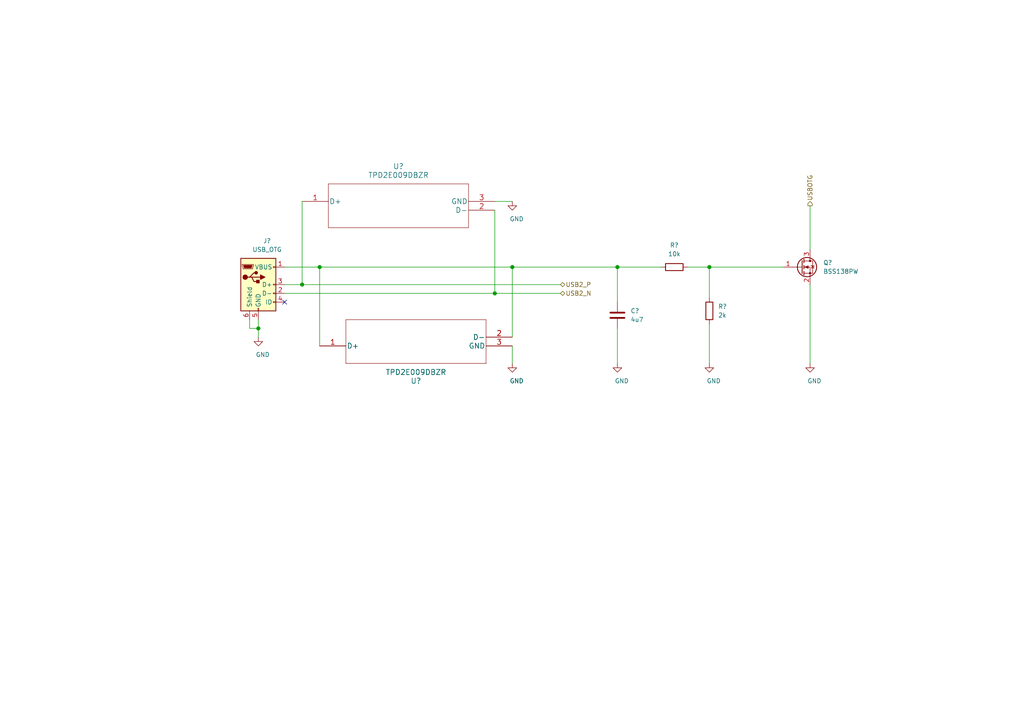
<source format=kicad_sch>
(kicad_sch (version 20201015) (generator eeschema)
  (paper "A4")
  (lib_symbols
    (symbol "2021-02-13_15-19-31:TPD2E009DBZR" (pin_names (offset 0.254))
      (property "Reference" "U" (at 27.94 10.16 0))
      (property "Value" "TPD2E009DBZR" (at 27.94 7.62 0))
      (symbol "TPD2E009DBZR_1_1"
        (polyline (pts (xy 7.62 5.08) (xy 7.62 -7.62)) (stroke (width 0.127)))
        (polyline (pts (xy 7.62 -7.62) (xy 48.26 -7.62)) (stroke (width 0.127)))
        (polyline (pts (xy 48.26 -7.62) (xy 48.26 5.08)) (stroke (width 0.127)))
        (polyline (pts (xy 48.26 5.08) (xy 7.62 5.08)) (stroke (width 0.127)))
        (pin unspecified line (at 0 0 0) (length 7.62) (name "D+") (number "1"))
        (pin unspecified line (at 55.88 -2.54 180) (length 7.62) (name "D-") (number "2"))
        (pin power_in line (at 55.88 0 180) (length 7.62) (name "GND") (number "3"))
      )
    )
    (symbol "Connector:USB_OTG" (pin_names (offset 1.016))
      (property "Reference" "J" (at -5.08 11.43 0))
      (property "Value" "USB_OTG" (at -5.08 8.89 0))
      (symbol "USB_OTG_0_1"
        (circle (center -3.81 2.159) (radius 0.635) (stroke (width 0.254)) (fill (type outline)))
        (circle (center -0.635 3.429) (radius 0.381) (stroke (width 0.254)) (fill (type outline)))
        (rectangle (start -5.08 -7.62) (end 5.08 7.62) (stroke (width 0.254)) (fill (type background)))
        (rectangle (start -0.127 -7.62) (end 0.127 -6.858))
        (rectangle (start 0.254 1.27) (end -0.508 0.508) (stroke (width 0.254)) (fill (type outline)))
        (rectangle (start 5.08 -5.207) (end 4.318 -4.953))
        (rectangle (start 5.08 -2.667) (end 4.318 -2.413))
        (rectangle (start 5.08 -0.127) (end 4.318 0.127))
        (rectangle (start 5.08 4.953) (end 4.318 5.207))
        (polyline (pts (xy -1.905 2.159) (xy 0.635 2.159)) (stroke (width 0.254)))
        (polyline (pts (xy -3.175 2.159) (xy -2.54 2.159) (xy -1.27 3.429) (xy -0.635 3.429)) (stroke (width 0.254)))
        (polyline (pts (xy -2.54 2.159) (xy -1.905 2.159) (xy -1.27 0.889) (xy 0 0.889)) (stroke (width 0.254)))
        (polyline (pts (xy 0.635 2.794) (xy 0.635 1.524) (xy 1.905 2.159) (xy 0.635 2.794)) (stroke (width 0.254)) (fill (type outline)))
        (polyline (pts (xy -4.318 5.588) (xy -1.778 5.588) (xy -2.032 4.826) (xy -4.064 4.826) (xy -4.318 5.588)) (fill (type outline)))
        (polyline (pts (xy -4.699 5.842) (xy -4.699 5.588) (xy -4.445 4.826) (xy -4.445 4.572) (xy -1.651 4.572) (xy -1.651 4.826) (xy -1.397 5.588) (xy -1.397 5.842) (xy -4.699 5.842)))
      )
      (symbol "USB_OTG_1_1"
        (pin passive line (at 7.62 5.08 180) (length 2.54) (name "VBUS") (number "1"))
        (pin bidirectional line (at 7.62 -2.54 180) (length 2.54) (name "D-") (number "2"))
        (pin bidirectional line (at 7.62 0 180) (length 2.54) (name "D+") (number "3"))
        (pin passive line (at 7.62 -5.08 180) (length 2.54) (name "ID") (number "4"))
        (pin passive line (at 0 -10.16 90) (length 2.54) (name "GND") (number "5"))
        (pin passive line (at -2.54 -10.16 90) (length 2.54) (name "Shield") (number "6"))
      )
    )
    (symbol "Device:C" (pin_numbers hide) (pin_names (offset 0.254))
      (property "Reference" "C" (at 0.635 2.54 0))
      (property "Value" "C" (at 0.635 -2.54 0))
      (symbol "C_0_1"
        (polyline (pts (xy -2.032 -0.762) (xy 2.032 -0.762)) (stroke (width 0.508)))
        (polyline (pts (xy -2.032 0.762) (xy 2.032 0.762)) (stroke (width 0.508)))
      )
      (symbol "C_1_1"
        (pin passive line (at 0 3.81 270) (length 2.794) (name "~") (number "1"))
        (pin passive line (at 0 -3.81 90) (length 2.794) (name "~") (number "2"))
      )
    )
    (symbol "Device:R" (pin_numbers hide) (pin_names (offset 0))
      (property "Reference" "R" (at 2.032 0 90))
      (property "Value" "R" (at 0 0 90))
      (symbol "R_0_1"
        (rectangle (start -1.016 -2.54) (end 1.016 2.54) (stroke (width 0.254)))
      )
      (symbol "R_1_1"
        (pin passive line (at 0 3.81 270) (length 1.27) (name "~") (number "1"))
        (pin passive line (at 0 -3.81 90) (length 1.27) (name "~") (number "2"))
      )
    )
    (symbol "Transistor_FET:BSS138PW" (pin_names hide)
      (property "Reference" "Q" (at 5.08 1.905 0))
      (property "Value" "BSS138PW" (at 5.08 0 0))
      (symbol "BSS138PW_0_1"
        (circle (center 1.651 0) (radius 2.794) (stroke (width 0.254)))
        (circle (center 2.54 -1.778) (radius 0.254) (fill (type outline)))
        (circle (center 2.54 1.778) (radius 0.254) (fill (type outline)))
        (polyline (pts (xy 0.254 0) (xy -2.54 0)))
        (polyline (pts (xy 0.254 1.905) (xy 0.254 -1.905)) (stroke (width 0.254)))
        (polyline (pts (xy 0.762 -1.27) (xy 0.762 -2.286)) (stroke (width 0.254)))
        (polyline (pts (xy 0.762 0.508) (xy 0.762 -0.508)) (stroke (width 0.254)))
        (polyline (pts (xy 0.762 2.286) (xy 0.762 1.27)) (stroke (width 0.254)))
        (polyline (pts (xy 2.54 2.54) (xy 2.54 1.778)))
        (polyline (pts (xy 2.54 -2.54) (xy 2.54 0) (xy 0.762 0)))
        (polyline (pts (xy 0.762 -1.778) (xy 3.302 -1.778) (xy 3.302 1.778) (xy 0.762 1.778)))
        (polyline (pts (xy 1.016 0) (xy 2.032 0.381) (xy 2.032 -0.381) (xy 1.016 0)) (fill (type outline)))
        (polyline (pts (xy 2.794 0.508) (xy 2.921 0.381) (xy 3.683 0.381) (xy 3.81 0.254)))
        (polyline (pts (xy 3.302 0.381) (xy 2.921 -0.254) (xy 3.683 -0.254) (xy 3.302 0.381)))
      )
      (symbol "BSS138PW_1_1"
        (pin input line (at -5.08 0 0) (length 2.54) (name "G") (number "1"))
        (pin passive line (at 2.54 -5.08 90) (length 2.54) (name "S") (number "2"))
        (pin passive line (at 2.54 5.08 270) (length 2.54) (name "D") (number "3"))
      )
    )
    (symbol "power:GND" (power) (pin_names (offset 0))
      (property "Value" "GND" (at 0 -3.81 0))
      (symbol "GND_0_1"
        (polyline (pts (xy 0 0) (xy 0 -1.27) (xy 1.27 -1.27) (xy 0 -2.54) (xy -1.27 -1.27) (xy 0 -1.27)))
      )
      (symbol "GND_1_1"
        (pin power_in line (at 0 0 270) (length 0) hide (name "GND") (number "1"))
      )
    )
  )
  (junction (at 74.93 95.25) (diameter 1.016))
  (junction (at 87.63 82.55) (diameter 1.016))
  (junction (at 92.71 77.47) (diameter 1.016))
  (junction (at 143.51 85.09) (diameter 1.016))
  (junction (at 148.59 77.47) (diameter 1.016))
  (junction (at 179.07 77.47) (diameter 1.016))
  (junction (at 205.74 77.47) (diameter 1.016))
  (no_connect (at 82.55 87.63))
  (wire (pts (xy 72.39 92.71) (xy 72.39 95.25)))
  (wire (pts (xy 72.39 95.25) (xy 74.93 95.25)))
  (wire (pts (xy 74.93 92.71) (xy 74.93 95.25)))
  (wire (pts (xy 74.93 95.25) (xy 74.93 97.79)))
  (wire (pts (xy 82.55 77.47) (xy 92.71 77.47)))
  (wire (pts (xy 82.55 82.55) (xy 87.63 82.55)))
  (wire (pts (xy 82.55 85.09) (xy 143.51 85.09)))
  (wire (pts (xy 87.63 58.42) (xy 87.63 82.55)))
  (wire (pts (xy 87.63 82.55) (xy 162.56 82.55)))
  (wire (pts (xy 92.71 77.47) (xy 92.71 100.33)))
  (wire (pts (xy 92.71 77.47) (xy 148.59 77.47)))
  (wire (pts (xy 143.51 58.42) (xy 148.59 58.42)))
  (wire (pts (xy 143.51 60.96) (xy 143.51 85.09)))
  (wire (pts (xy 143.51 85.09) (xy 162.56 85.09)))
  (wire (pts (xy 148.59 77.47) (xy 148.59 97.79)))
  (wire (pts (xy 148.59 77.47) (xy 179.07 77.47)))
  (wire (pts (xy 148.59 100.33) (xy 148.59 105.41)))
  (wire (pts (xy 179.07 77.47) (xy 179.07 87.63)))
  (wire (pts (xy 179.07 77.47) (xy 191.77 77.47)))
  (wire (pts (xy 179.07 95.25) (xy 179.07 105.41)))
  (wire (pts (xy 199.39 77.47) (xy 205.74 77.47)))
  (wire (pts (xy 205.74 77.47) (xy 205.74 86.36)))
  (wire (pts (xy 205.74 77.47) (xy 227.33 77.47)))
  (wire (pts (xy 205.74 93.98) (xy 205.74 105.41)))
  (wire (pts (xy 234.95 59.69) (xy 234.95 72.39)))
  (wire (pts (xy 234.95 82.55) (xy 234.95 105.41)))
  (hierarchical_label "USB2_P" (shape bidirectional) (at 162.56 82.55 0))
  (hierarchical_label "USB2_N" (shape bidirectional) (at 162.56 85.09 0))
  (hierarchical_label "USBOTG" (shape output) (at 234.95 59.69 90))
  (symbol (lib_id "power:GND") (at 74.93 97.79 0) (unit 1)
    (property "Reference" "#PWR?" (effects hide))
    (property "Value" "GND" (at 76.2 102.87 0))
  )
  (symbol (lib_id "power:GND") (at 148.59 58.42 0) (unit 1)
    (property "Reference" "#PWR?" (effects hide))
    (property "Value" "GND" (at 149.86 63.5 0))
  )
  (symbol (lib_id "power:GND") (at 148.59 105.41 0) (unit 1)
    (property "Reference" "#PWR?" (effects hide))
    (property "Value" "GND" (at 149.86 110.49 0))
  )
  (symbol (lib_id "power:GND") (at 179.07 105.41 0) (unit 1)
    (property "Reference" "#PWR?" (effects hide))
    (property "Value" "GND" (at 180.34 110.49 0))
  )
  (symbol (lib_id "power:GND") (at 205.74 105.41 0) (unit 1)
    (property "Reference" "#PWR?" (effects hide))
    (property "Value" "GND" (at 207.01 110.49 0))
  )
  (symbol (lib_id "power:GND") (at 234.95 105.41 0) (unit 1)
    (property "Reference" "#PWR?" (effects hide))
    (property "Value" "GND" (at 236.22 110.49 0))
  )
  (symbol (lib_id "Device:R") (at 195.58 77.47 90) (unit 1)
    (property "Reference" "R?" (at 195.58 71.12 90))
    (property "Value" "10k" (at 195.58 73.66 90))
  )
  (symbol (lib_id "Device:R") (at 205.74 90.17 0) (unit 1)
    (property "Reference" "R?" (at 208.28 88.9 0) (effects (justify left)))
    (property "Value" "2k" (at 208.28 91.44 0) (effects (justify left)))
  )
  (symbol (lib_id "Device:C") (at 179.07 91.44 0) (unit 1)
    (property "Reference" "C?" (at 182.88 90.17 0) (effects (justify left)))
    (property "Value" " 4u7" (at 182.88 92.71 0) (effects (justify left)))
  )
  (symbol (lib_id "Transistor_FET:BSS138PW") (at 232.41 77.47 0) (unit 1)
    (property "Reference" "Q?" (at 238.76 76.2 0) (effects (justify left)))
    (property "Value" "BSS138PW" (at 238.76 78.74 0) (effects (justify left)))
    (property "Footprint" "Package_TO_SOT_SMD:SOT-323_SC-70" (effects hide))
    (property "Datasheet" "https://www.onsemi.com/pub/Collateral/BSS138-D.PDF" (effects hide))
  )
  (symbol (lib_id "Connector:USB_OTG") (at 74.93 82.55 0) (unit 1)
    (property "Reference" "J?" (at 77.47 69.85 0))
    (property "Value" "USB_OTG" (at 77.47 72.39 0))
    (property "Datasheet" " ~" (effects hide))
  )
  (symbol (lib_id "2021-02-13_15-19-31:TPD2E009DBZR") (at 87.63 58.42 0) (unit 1)
    (property "Reference" "U?" (at 115.57 48.26 0) (effects (font (size 1.524 1.524))))
    (property "Value" "TPD2E009DBZR" (at 115.57 50.8 0) (effects (font (size 1.524 1.524))))
    (property "Footprint" "DBZ3" (effects hide))
  )
  (symbol (lib_id "2021-02-13_15-19-31:TPD2E009DBZR") (at 92.71 100.33 0) (mirror x) (unit 1)
    (property "Reference" "U?" (at 120.65 110.49 0) (effects (font (size 1.524 1.524))))
    (property "Value" "TPD2E009DBZR" (at 120.65 107.95 0) (effects (font (size 1.524 1.524))))
    (property "Footprint" "DBZ3" (effects hide))
  )
)
</source>
